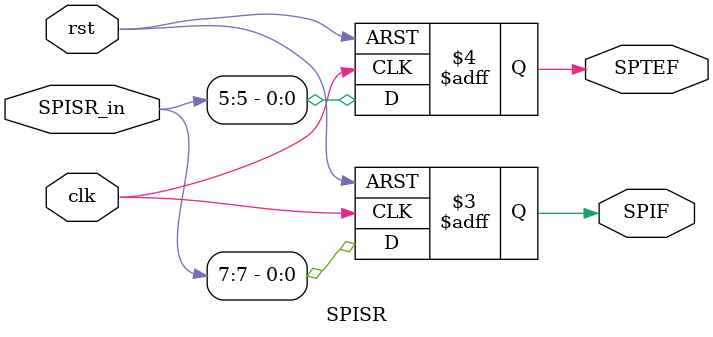
<source format=v>
`default_nettype none

module SPISR(
    input wire clk, rst,
    input wire [7:0] SPISR_in,
    output reg SPIF, SPTEF
);

always @(posedge clk or negedge rst) begin
    if(~rst)begin
      SPIF <= 0; SPTEF <= 0;
    end
    else begin
      SPIF <= SPISR_in[7];
      SPTEF <= SPISR_in[5];
    end
end
endmodule

</source>
